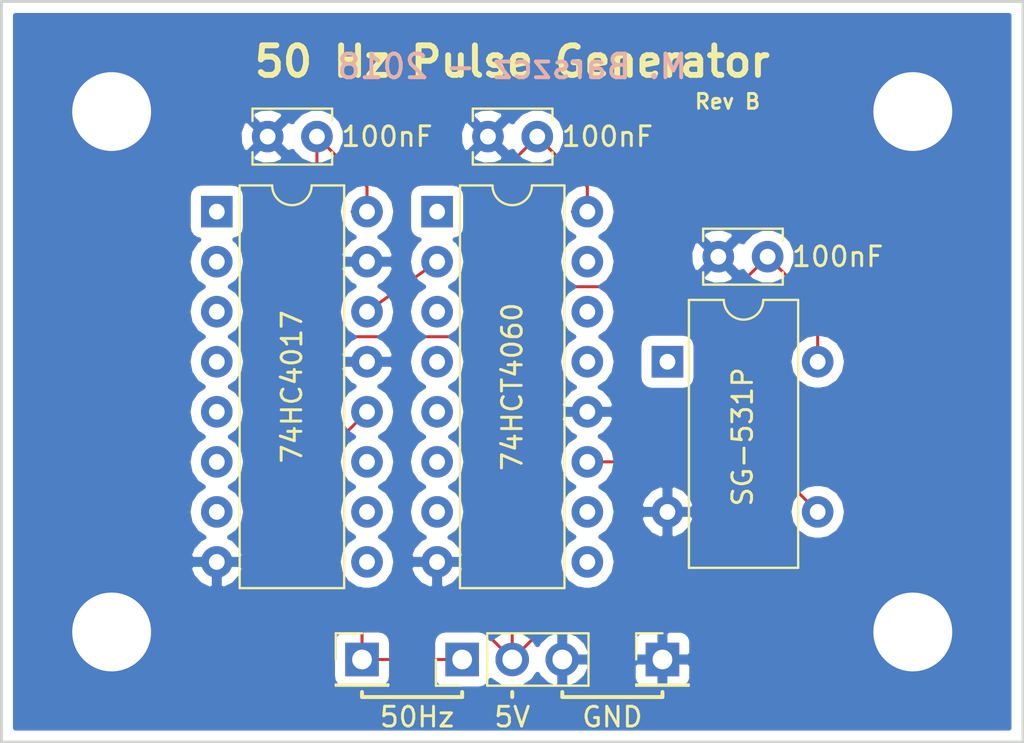
<source format=kicad_pcb>
(kicad_pcb (version 20171130) (host pcbnew "(5.0.0)")

  (general
    (thickness 1.6)
    (drawings 26)
    (tracks 36)
    (zones 0)
    (modules 13)
    (nets 27)
  )

  (page A4)
  (layers
    (0 F.Cu mixed)
    (31 B.Cu mixed hide)
    (36 B.SilkS user)
    (37 F.SilkS user)
    (38 B.Mask user)
    (39 F.Mask user)
    (40 Dwgs.User user)
    (41 Cmts.User user hide)
    (44 Edge.Cuts user)
    (45 Margin user)
    (46 B.CrtYd user)
    (47 F.CrtYd user)
  )

  (setup
    (last_trace_width 0.1524)
    (trace_clearance 0.1524)
    (zone_clearance 0.508)
    (zone_45_only no)
    (trace_min 0.1524)
    (segment_width 0.2)
    (edge_width 0.15)
    (via_size 0.6858)
    (via_drill 0.3302)
    (via_min_size 0.508)
    (via_min_drill 0.254)
    (uvia_size 0.6858)
    (uvia_drill 0.3302)
    (uvias_allowed no)
    (uvia_min_size 0.2)
    (uvia_min_drill 0.1)
    (pcb_text_width 0.3)
    (pcb_text_size 1.5 1.5)
    (mod_edge_width 0.15)
    (mod_text_size 1 1)
    (mod_text_width 0.15)
    (pad_size 8 8)
    (pad_drill 4)
    (pad_to_mask_clearance 0.2)
    (aux_axis_origin 0 0)
    (grid_origin 246.38 84.455)
    (visible_elements 7FFFFFFF)
    (pcbplotparams
      (layerselection 0x010fc_ffffffff)
      (usegerberextensions false)
      (usegerberattributes false)
      (usegerberadvancedattributes false)
      (creategerberjobfile false)
      (excludeedgelayer true)
      (linewidth 0.100000)
      (plotframeref false)
      (viasonmask false)
      (mode 1)
      (useauxorigin false)
      (hpglpennumber 1)
      (hpglpenspeed 20)
      (hpglpendiameter 15.000000)
      (psnegative false)
      (psa4output false)
      (plotreference true)
      (plotvalue true)
      (plotinvisibletext false)
      (padsonsilk false)
      (subtractmaskfromsilk false)
      (outputformat 1)
      (mirror false)
      (drillshape 1)
      (scaleselection 1)
      (outputdirectory ""))
  )

  (net 0 "")
  (net 1 "Net-(U1-Pad1)")
  (net 2 "Net-(U1-Pad9)")
  (net 3 "Net-(U1-Pad2)")
  (net 4 "Net-(U1-Pad10)")
  (net 5 "Net-(U1-Pad3)")
  (net 6 "Net-(U1-Pad11)")
  (net 7 GNDREF)
  (net 8 +5V)
  (net 9 "Net-(U1-Pad13)")
  (net 10 "Net-(U1-Pad6)")
  (net 11 "Net-(U1-Pad14)")
  (net 12 "Net-(U1-Pad7)")
  (net 13 "Net-(U1-Pad15)")
  (net 14 "Net-(U2-Pad7)")
  (net 15 "Net-(U2-Pad6)")
  (net 16 "Net-(U2-Pad5)")
  (net 17 "Net-(U2-Pad4)")
  (net 18 "Net-(U2-Pad11)")
  (net 19 "Net-(U2-Pad3)")
  (net 20 "Net-(U2-Pad10)")
  (net 21 "Net-(U2-Pad2)")
  (net 22 "Net-(U2-Pad9)")
  (net 23 "Net-(U2-Pad1)")
  (net 24 "Net-(Y1-Pad1)")
  (net 25 "Net-(J1-Pad1)")
  (net 26 "Net-(U1-Pad5)")

  (net_class Default "This is the default net class."
    (clearance 0.1524)
    (trace_width 0.1524)
    (via_dia 0.6858)
    (via_drill 0.3302)
    (uvia_dia 0.6858)
    (uvia_drill 0.3302)
    (add_net +5V)
    (add_net GNDREF)
    (add_net "Net-(J1-Pad1)")
    (add_net "Net-(U1-Pad1)")
    (add_net "Net-(U1-Pad10)")
    (add_net "Net-(U1-Pad11)")
    (add_net "Net-(U1-Pad13)")
    (add_net "Net-(U1-Pad14)")
    (add_net "Net-(U1-Pad15)")
    (add_net "Net-(U1-Pad2)")
    (add_net "Net-(U1-Pad3)")
    (add_net "Net-(U1-Pad5)")
    (add_net "Net-(U1-Pad6)")
    (add_net "Net-(U1-Pad7)")
    (add_net "Net-(U1-Pad9)")
    (add_net "Net-(U2-Pad1)")
    (add_net "Net-(U2-Pad10)")
    (add_net "Net-(U2-Pad11)")
    (add_net "Net-(U2-Pad2)")
    (add_net "Net-(U2-Pad3)")
    (add_net "Net-(U2-Pad4)")
    (add_net "Net-(U2-Pad5)")
    (add_net "Net-(U2-Pad6)")
    (add_net "Net-(U2-Pad7)")
    (add_net "Net-(U2-Pad9)")
    (add_net "Net-(Y1-Pad1)")
  )

  (module MountingHole:MountingHole_4mm_Pad (layer F.Cu) (tedit 5B7F4A54) (tstamp 5B82EC49)
    (at 187.452 103.759)
    (descr "Mounting Hole 4mm")
    (tags "mounting hole 4mm")
    (path /5B7D7B74)
    (zone_connect 2)
    (fp_text reference MH4 (at 0 -5) (layer F.SilkS) hide
      (effects (font (size 1 1) (thickness 0.15)))
    )
    (fp_text value GNDREF (at 0 5) (layer F.Fab)
      (effects (font (size 1 1) (thickness 0.15)))
    )
    (fp_text user %R (at 0.3 0) (layer F.Fab)
      (effects (font (size 1 1) (thickness 0.15)))
    )
    (fp_circle (center 0 0) (end 4 0) (layer Cmts.User) (width 0.15))
    (fp_circle (center 0 0) (end 4.25 0) (layer F.CrtYd) (width 0.05))
    (pad 1 thru_hole circle (at 0 0) (size 8 8) (drill 4) (layers *.Cu *.Mask)
      (net 7 GNDREF) (zone_connect 2))
  )

  (module MountingHole:MountingHole_4mm_Pad (layer F.Cu) (tedit 5B7F4A51) (tstamp 5B82EC42)
    (at 228.092 103.759)
    (descr "Mounting Hole 4mm")
    (tags "mounting hole 4mm")
    (path /5B7D7906)
    (zone_connect 2)
    (fp_text reference MH3 (at 0 -5) (layer F.SilkS) hide
      (effects (font (size 1 1) (thickness 0.15)))
    )
    (fp_text value GNDREF (at 0 5) (layer F.Fab)
      (effects (font (size 1 1) (thickness 0.15)))
    )
    (fp_text user %R (at 0.3 0) (layer F.Fab)
      (effects (font (size 1 1) (thickness 0.15)))
    )
    (fp_circle (center 0 0) (end 4 0) (layer Cmts.User) (width 0.15))
    (fp_circle (center 0 0) (end 4.25 0) (layer F.CrtYd) (width 0.05))
    (pad 1 thru_hole circle (at 0 0) (size 8 8) (drill 4) (layers *.Cu *.Mask)
      (net 7 GNDREF) (zone_connect 2))
  )

  (module MountingHole:MountingHole_4mm_Pad (layer F.Cu) (tedit 5B7F4A49) (tstamp 5B82EC3B)
    (at 228.092 77.343)
    (descr "Mounting Hole 4mm")
    (tags "mounting hole 4mm")
    (path /5B7D7832)
    (zone_connect 2)
    (fp_text reference MH2 (at 0 -5) (layer F.SilkS) hide
      (effects (font (size 1 1) (thickness 0.15)))
    )
    (fp_text value GNDREF (at 0 5) (layer F.Fab)
      (effects (font (size 1 1) (thickness 0.15)))
    )
    (fp_text user %R (at 0.3 0) (layer F.Fab)
      (effects (font (size 1 1) (thickness 0.15)))
    )
    (fp_circle (center 0 0) (end 4 0) (layer Cmts.User) (width 0.15))
    (fp_circle (center 0 0) (end 4.25 0) (layer F.CrtYd) (width 0.05))
    (pad 1 thru_hole circle (at 0 0) (size 8 8) (drill 4) (layers *.Cu *.Mask)
      (net 7 GNDREF) (zone_connect 2))
  )

  (module MountingHole:MountingHole_4mm_Pad (layer F.Cu) (tedit 5B7F4A46) (tstamp 5B82EC34)
    (at 187.452 77.343)
    (descr "Mounting Hole 4mm")
    (tags "mounting hole 4mm")
    (path /5B7D7554)
    (zone_connect 2)
    (fp_text reference MH1 (at 0 -5) (layer F.SilkS) hide
      (effects (font (size 1 1) (thickness 0.15)))
    )
    (fp_text value GNDREF (at 0 5) (layer F.Fab)
      (effects (font (size 1 1) (thickness 0.15)))
    )
    (fp_text user %R (at 0.3 0) (layer F.Fab)
      (effects (font (size 1 1) (thickness 0.15)))
    )
    (fp_circle (center 0 0) (end 4 0) (layer Cmts.User) (width 0.15))
    (fp_circle (center 0 0) (end 4.25 0) (layer F.CrtYd) (width 0.05))
    (pad 1 thru_hole circle (at 0 0) (size 8 8) (drill 4) (layers *.Cu *.Mask)
      (net 7 GNDREF) (zone_connect 2))
  )

  (module Capacitor_THT:C_Disc_D3.8mm_W2.6mm_P2.50mm (layer F.Cu) (tedit 5B7F38C7) (tstamp 5B7F8E10)
    (at 220.726 84.709 180)
    (descr "C, Disc series, Radial, pin pitch=2.50mm, , diameter*width=3.8*2.6mm^2, Capacitor, http://www.vishay.com/docs/45233/krseries.pdf")
    (tags "C Disc series Radial pin pitch 2.50mm  diameter 3.8mm width 2.6mm Capacitor")
    (path /5B7CD9A7)
    (fp_text reference C1 (at 5.08 0 180) (layer F.SilkS) hide
      (effects (font (size 1 1) (thickness 0.15)))
    )
    (fp_text value 100nF (at 1.25 2.55) (layer F.Fab)
      (effects (font (size 1 1) (thickness 0.15)))
    )
    (fp_text user %R (at 1.25 0 180) (layer F.Fab)
      (effects (font (size 0.76 0.76) (thickness 0.114)))
    )
    (fp_line (start 3.55 -1.55) (end -1.05 -1.55) (layer F.CrtYd) (width 0.05))
    (fp_line (start 3.55 1.55) (end 3.55 -1.55) (layer F.CrtYd) (width 0.05))
    (fp_line (start -1.05 1.55) (end 3.55 1.55) (layer F.CrtYd) (width 0.05))
    (fp_line (start -1.05 -1.55) (end -1.05 1.55) (layer F.CrtYd) (width 0.05))
    (fp_line (start 3.27 0.795) (end 3.27 1.42) (layer F.SilkS) (width 0.12))
    (fp_line (start 3.27 -1.42) (end 3.27 -0.795) (layer F.SilkS) (width 0.12))
    (fp_line (start -0.77 0.795) (end -0.77 1.42) (layer F.SilkS) (width 0.12))
    (fp_line (start -0.77 -1.42) (end -0.77 -0.795) (layer F.SilkS) (width 0.12))
    (fp_line (start -0.77 1.42) (end 3.27 1.42) (layer F.SilkS) (width 0.12))
    (fp_line (start -0.77 -1.42) (end 3.27 -1.42) (layer F.SilkS) (width 0.12))
    (fp_line (start 3.15 -1.3) (end -0.65 -1.3) (layer F.Fab) (width 0.1))
    (fp_line (start 3.15 1.3) (end 3.15 -1.3) (layer F.Fab) (width 0.1))
    (fp_line (start -0.65 1.3) (end 3.15 1.3) (layer F.Fab) (width 0.1))
    (fp_line (start -0.65 -1.3) (end -0.65 1.3) (layer F.Fab) (width 0.1))
    (pad 2 thru_hole circle (at 2.5 0 180) (size 1.6 1.6) (drill 0.8) (layers *.Cu *.Mask)
      (net 7 GNDREF))
    (pad 1 thru_hole circle (at 0 0 180) (size 1.6 1.6) (drill 0.8) (layers *.Cu *.Mask)
      (net 8 +5V))
    (model ${KISYS3DMOD}/Capacitor_THT.3dshapes/C_Disc_D3.8mm_W2.6mm_P2.50mm.wrl
      (at (xyz 0 0 0))
      (scale (xyz 1 1 1))
      (rotate (xyz 0 0 0))
    )
  )

  (module Package_DIP:DIP-16_W7.62mm locked (layer F.Cu) (tedit 5B7F38B9) (tstamp 5B8D0EB8)
    (at 203.962 82.423)
    (descr "16-lead though-hole mounted DIP package, row spacing 7.62 mm (300 mils)")
    (tags "THT DIP DIL PDIP 2.54mm 7.62mm 300mil")
    (path /5B7CE6CD)
    (fp_text reference U1 (at 3.81 20.32) (layer F.SilkS) hide
      (effects (font (size 1 1) (thickness 0.15)))
    )
    (fp_text value 74HCT4060N (at 3.81 20.11) (layer F.Fab)
      (effects (font (size 1 1) (thickness 0.15)))
    )
    (fp_text user %R (at 3.81 8.89) (layer F.Fab)
      (effects (font (size 1 1) (thickness 0.15)))
    )
    (fp_line (start 8.7 -1.55) (end -1.1 -1.55) (layer F.CrtYd) (width 0.05))
    (fp_line (start 8.7 19.3) (end 8.7 -1.55) (layer F.CrtYd) (width 0.05))
    (fp_line (start -1.1 19.3) (end 8.7 19.3) (layer F.CrtYd) (width 0.05))
    (fp_line (start -1.1 -1.55) (end -1.1 19.3) (layer F.CrtYd) (width 0.05))
    (fp_line (start 6.46 -1.33) (end 4.81 -1.33) (layer F.SilkS) (width 0.12))
    (fp_line (start 6.46 19.11) (end 6.46 -1.33) (layer F.SilkS) (width 0.12))
    (fp_line (start 1.16 19.11) (end 6.46 19.11) (layer F.SilkS) (width 0.12))
    (fp_line (start 1.16 -1.33) (end 1.16 19.11) (layer F.SilkS) (width 0.12))
    (fp_line (start 2.81 -1.33) (end 1.16 -1.33) (layer F.SilkS) (width 0.12))
    (fp_line (start 0.635 -0.27) (end 1.635 -1.27) (layer F.Fab) (width 0.1))
    (fp_line (start 0.635 19.05) (end 0.635 -0.27) (layer F.Fab) (width 0.1))
    (fp_line (start 6.985 19.05) (end 0.635 19.05) (layer F.Fab) (width 0.1))
    (fp_line (start 6.985 -1.27) (end 6.985 19.05) (layer F.Fab) (width 0.1))
    (fp_line (start 1.635 -1.27) (end 6.985 -1.27) (layer F.Fab) (width 0.1))
    (fp_arc (start 3.81 -1.33) (end 2.81 -1.33) (angle -180) (layer F.SilkS) (width 0.12))
    (pad 16 thru_hole oval (at 7.62 0) (size 1.6 1.6) (drill 0.8) (layers *.Cu *.Mask)
      (net 8 +5V))
    (pad 8 thru_hole oval (at 0 17.78) (size 1.6 1.6) (drill 0.8) (layers *.Cu *.Mask)
      (net 7 GNDREF))
    (pad 15 thru_hole oval (at 7.62 2.54) (size 1.6 1.6) (drill 0.8) (layers *.Cu *.Mask)
      (net 13 "Net-(U1-Pad15)"))
    (pad 7 thru_hole oval (at 0 15.24) (size 1.6 1.6) (drill 0.8) (layers *.Cu *.Mask)
      (net 12 "Net-(U1-Pad7)"))
    (pad 14 thru_hole oval (at 7.62 5.08) (size 1.6 1.6) (drill 0.8) (layers *.Cu *.Mask)
      (net 11 "Net-(U1-Pad14)"))
    (pad 6 thru_hole oval (at 0 12.7) (size 1.6 1.6) (drill 0.8) (layers *.Cu *.Mask)
      (net 10 "Net-(U1-Pad6)"))
    (pad 13 thru_hole oval (at 7.62 7.62) (size 1.6 1.6) (drill 0.8) (layers *.Cu *.Mask)
      (net 9 "Net-(U1-Pad13)"))
    (pad 5 thru_hole oval (at 0 10.16) (size 1.6 1.6) (drill 0.8) (layers *.Cu *.Mask)
      (net 26 "Net-(U1-Pad5)"))
    (pad 12 thru_hole oval (at 7.62 10.16) (size 1.6 1.6) (drill 0.8) (layers *.Cu *.Mask)
      (net 7 GNDREF))
    (pad 4 thru_hole oval (at 0 7.62) (size 1.6 1.6) (drill 0.8) (layers *.Cu *.Mask))
    (pad 11 thru_hole oval (at 7.62 12.7) (size 1.6 1.6) (drill 0.8) (layers *.Cu *.Mask)
      (net 6 "Net-(U1-Pad11)"))
    (pad 3 thru_hole oval (at 0 5.08) (size 1.6 1.6) (drill 0.8) (layers *.Cu *.Mask)
      (net 5 "Net-(U1-Pad3)"))
    (pad 10 thru_hole oval (at 7.62 15.24) (size 1.6 1.6) (drill 0.8) (layers *.Cu *.Mask)
      (net 4 "Net-(U1-Pad10)"))
    (pad 2 thru_hole oval (at 0 2.54) (size 1.6 1.6) (drill 0.8) (layers *.Cu *.Mask)
      (net 3 "Net-(U1-Pad2)"))
    (pad 9 thru_hole oval (at 7.62 17.78) (size 1.6 1.6) (drill 0.8) (layers *.Cu *.Mask)
      (net 2 "Net-(U1-Pad9)"))
    (pad 1 thru_hole rect (at 0 0) (size 1.6 1.6) (drill 0.8) (layers *.Cu *.Mask)
      (net 1 "Net-(U1-Pad1)"))
    (model ${KISYS3DMOD}/Package_DIP.3dshapes/DIP-16_W7.62mm.wrl
      (at (xyz 0 0 0))
      (scale (xyz 1 1 1))
      (rotate (xyz 0 0 0))
    )
  )

  (module Capacitor_THT:C_Disc_D3.8mm_W2.6mm_P2.50mm (layer F.Cu) (tedit 5B7F3F0B) (tstamp 5B7F3BF9)
    (at 197.866 78.613 180)
    (descr "C, Disc series, Radial, pin pitch=2.50mm, , diameter*width=3.8*2.6mm^2, Capacitor, http://www.vishay.com/docs/45233/krseries.pdf")
    (tags "C Disc series Radial pin pitch 2.50mm  diameter 3.8mm width 2.6mm Capacitor")
    (path /5B7F37F9)
    (fp_text reference C3 (at 1.27 2.54 180) (layer F.SilkS) hide
      (effects (font (size 1 1) (thickness 0.15)))
    )
    (fp_text value 100nF (at 1.25 2.55 180) (layer F.Fab)
      (effects (font (size 1 1) (thickness 0.15)))
    )
    (fp_line (start -0.65 -1.3) (end -0.65 1.3) (layer F.Fab) (width 0.1))
    (fp_line (start -0.65 1.3) (end 3.15 1.3) (layer F.Fab) (width 0.1))
    (fp_line (start 3.15 1.3) (end 3.15 -1.3) (layer F.Fab) (width 0.1))
    (fp_line (start 3.15 -1.3) (end -0.65 -1.3) (layer F.Fab) (width 0.1))
    (fp_line (start -0.77 -1.42) (end 3.27 -1.42) (layer F.SilkS) (width 0.12))
    (fp_line (start -0.77 1.42) (end 3.27 1.42) (layer F.SilkS) (width 0.12))
    (fp_line (start -0.77 -1.42) (end -0.77 -0.795) (layer F.SilkS) (width 0.12))
    (fp_line (start -0.77 0.795) (end -0.77 1.42) (layer F.SilkS) (width 0.12))
    (fp_line (start 3.27 -1.42) (end 3.27 -0.795) (layer F.SilkS) (width 0.12))
    (fp_line (start 3.27 0.795) (end 3.27 1.42) (layer F.SilkS) (width 0.12))
    (fp_line (start -1.05 -1.55) (end -1.05 1.55) (layer F.CrtYd) (width 0.05))
    (fp_line (start -1.05 1.55) (end 3.55 1.55) (layer F.CrtYd) (width 0.05))
    (fp_line (start 3.55 1.55) (end 3.55 -1.55) (layer F.CrtYd) (width 0.05))
    (fp_line (start 3.55 -1.55) (end -1.05 -1.55) (layer F.CrtYd) (width 0.05))
    (fp_text user %R (at 1.25 0 180) (layer F.Fab)
      (effects (font (size 0.76 0.76) (thickness 0.114)))
    )
    (pad 1 thru_hole circle (at 0 0 180) (size 1.6 1.6) (drill 0.8) (layers *.Cu *.Mask)
      (net 8 +5V))
    (pad 2 thru_hole circle (at 2.5 0 180) (size 1.6 1.6) (drill 0.8) (layers *.Cu *.Mask)
      (net 7 GNDREF))
    (model ${KISYS3DMOD}/Capacitor_THT.3dshapes/C_Disc_D3.8mm_W2.6mm_P2.50mm.wrl
      (at (xyz 0 0 0))
      (scale (xyz 1 1 1))
      (rotate (xyz 0 0 0))
    )
  )

  (module Capacitor_THT:C_Disc_D3.8mm_W2.6mm_P2.50mm (layer F.Cu) (tedit 5B7F38C3) (tstamp 5B7F3BE4)
    (at 209.042 78.613 180)
    (descr "C, Disc series, Radial, pin pitch=2.50mm, , diameter*width=3.8*2.6mm^2, Capacitor, http://www.vishay.com/docs/45233/krseries.pdf")
    (tags "C Disc series Radial pin pitch 2.50mm  diameter 3.8mm width 2.6mm Capacitor")
    (path /5B7F3773)
    (fp_text reference C2 (at 1.27 2.54 180) (layer F.SilkS) hide
      (effects (font (size 1 1) (thickness 0.15)))
    )
    (fp_text value 100nF (at 1.25 2.55 180) (layer F.Fab)
      (effects (font (size 1 1) (thickness 0.15)))
    )
    (fp_text user %R (at 1.25 0 180) (layer F.Fab)
      (effects (font (size 0.76 0.76) (thickness 0.114)))
    )
    (fp_line (start 3.55 -1.55) (end -1.05 -1.55) (layer F.CrtYd) (width 0.05))
    (fp_line (start 3.55 1.55) (end 3.55 -1.55) (layer F.CrtYd) (width 0.05))
    (fp_line (start -1.05 1.55) (end 3.55 1.55) (layer F.CrtYd) (width 0.05))
    (fp_line (start -1.05 -1.55) (end -1.05 1.55) (layer F.CrtYd) (width 0.05))
    (fp_line (start 3.27 0.795) (end 3.27 1.42) (layer F.SilkS) (width 0.12))
    (fp_line (start 3.27 -1.42) (end 3.27 -0.795) (layer F.SilkS) (width 0.12))
    (fp_line (start -0.77 0.795) (end -0.77 1.42) (layer F.SilkS) (width 0.12))
    (fp_line (start -0.77 -1.42) (end -0.77 -0.795) (layer F.SilkS) (width 0.12))
    (fp_line (start -0.77 1.42) (end 3.27 1.42) (layer F.SilkS) (width 0.12))
    (fp_line (start -0.77 -1.42) (end 3.27 -1.42) (layer F.SilkS) (width 0.12))
    (fp_line (start 3.15 -1.3) (end -0.65 -1.3) (layer F.Fab) (width 0.1))
    (fp_line (start 3.15 1.3) (end 3.15 -1.3) (layer F.Fab) (width 0.1))
    (fp_line (start -0.65 1.3) (end 3.15 1.3) (layer F.Fab) (width 0.1))
    (fp_line (start -0.65 -1.3) (end -0.65 1.3) (layer F.Fab) (width 0.1))
    (pad 2 thru_hole circle (at 2.5 0 180) (size 1.6 1.6) (drill 0.8) (layers *.Cu *.Mask)
      (net 7 GNDREF))
    (pad 1 thru_hole circle (at 0 0 180) (size 1.6 1.6) (drill 0.8) (layers *.Cu *.Mask)
      (net 8 +5V))
    (model ${KISYS3DMOD}/Capacitor_THT.3dshapes/C_Disc_D3.8mm_W2.6mm_P2.50mm.wrl
      (at (xyz 0 0 0))
      (scale (xyz 1 1 1))
      (rotate (xyz 0 0 0))
    )
  )

  (module Connector_PinHeader_2.54mm:PinHeader_1x01_P2.54mm_Vertical locked (layer F.Cu) (tedit 5B7F487A) (tstamp 5B7F3BA7)
    (at 215.392 105.156)
    (descr "Through hole straight pin header, 1x01, 2.54mm pitch, single row")
    (tags "Through hole pin header THT 1x01 2.54mm single row")
    (path /5B7D5BA5)
    (fp_text reference TP2 (at 0 2.667) (layer F.SilkS) hide
      (effects (font (size 1 1) (thickness 0.15)))
    )
    (fp_text value Gnd (at 0 2.33) (layer F.Fab)
      (effects (font (size 1 1) (thickness 0.15)))
    )
    (fp_text user %R (at 0 0 90) (layer F.Fab)
      (effects (font (size 1 1) (thickness 0.15)))
    )
    (fp_line (start 1.8 -1.8) (end -1.8 -1.8) (layer F.CrtYd) (width 0.05))
    (fp_line (start 1.8 1.8) (end 1.8 -1.8) (layer F.CrtYd) (width 0.05))
    (fp_line (start -1.8 1.8) (end 1.8 1.8) (layer F.CrtYd) (width 0.05))
    (fp_line (start -1.8 -1.8) (end -1.8 1.8) (layer F.CrtYd) (width 0.05))
    (fp_line (start -1.33 -1.33) (end 0 -1.33) (layer F.SilkS) (width 0.12))
    (fp_line (start -1.33 0) (end -1.33 -1.33) (layer F.SilkS) (width 0.12))
    (fp_line (start -1.33 1.27) (end 1.33 1.27) (layer F.SilkS) (width 0.12))
    (fp_line (start 1.33 1.27) (end 1.33 1.33) (layer F.SilkS) (width 0.12))
    (fp_line (start -1.33 1.27) (end -1.33 1.33) (layer F.SilkS) (width 0.12))
    (fp_line (start -1.33 1.33) (end 1.33 1.33) (layer F.SilkS) (width 0.12))
    (fp_line (start -1.27 -0.635) (end -0.635 -1.27) (layer F.Fab) (width 0.1))
    (fp_line (start -1.27 1.27) (end -1.27 -0.635) (layer F.Fab) (width 0.1))
    (fp_line (start 1.27 1.27) (end -1.27 1.27) (layer F.Fab) (width 0.1))
    (fp_line (start 1.27 -1.27) (end 1.27 1.27) (layer F.Fab) (width 0.1))
    (fp_line (start -0.635 -1.27) (end 1.27 -1.27) (layer F.Fab) (width 0.1))
    (pad 1 thru_hole rect (at 0 0) (size 1.7 1.7) (drill 1) (layers *.Cu *.Mask)
      (net 7 GNDREF))
    (model ${KISYS3DMOD}/Connector_PinHeader_2.54mm.3dshapes/PinHeader_1x01_P2.54mm_Vertical.wrl
      (at (xyz 0 0 0))
      (scale (xyz 1 1 1))
      (rotate (xyz 0 0 0))
    )
  )

  (module Connector_PinHeader_2.54mm:PinHeader_1x01_P2.54mm_Vertical locked (layer F.Cu) (tedit 5B7F4876) (tstamp 5B7F3B92)
    (at 200.152 105.156)
    (descr "Through hole straight pin header, 1x01, 2.54mm pitch, single row")
    (tags "Through hole pin header THT 1x01 2.54mm single row")
    (path /5B7D4344)
    (fp_text reference TP1 (at 0 2.667) (layer F.SilkS) hide
      (effects (font (size 1 1) (thickness 0.15)))
    )
    (fp_text value 50Hz (at 0 2.33) (layer F.Fab)
      (effects (font (size 1 1) (thickness 0.15)))
    )
    (fp_line (start -0.635 -1.27) (end 1.27 -1.27) (layer F.Fab) (width 0.1))
    (fp_line (start 1.27 -1.27) (end 1.27 1.27) (layer F.Fab) (width 0.1))
    (fp_line (start 1.27 1.27) (end -1.27 1.27) (layer F.Fab) (width 0.1))
    (fp_line (start -1.27 1.27) (end -1.27 -0.635) (layer F.Fab) (width 0.1))
    (fp_line (start -1.27 -0.635) (end -0.635 -1.27) (layer F.Fab) (width 0.1))
    (fp_line (start -1.33 1.33) (end 1.33 1.33) (layer F.SilkS) (width 0.12))
    (fp_line (start -1.33 1.27) (end -1.33 1.33) (layer F.SilkS) (width 0.12))
    (fp_line (start 1.33 1.27) (end 1.33 1.33) (layer F.SilkS) (width 0.12))
    (fp_line (start -1.33 1.27) (end 1.33 1.27) (layer F.SilkS) (width 0.12))
    (fp_line (start -1.33 0) (end -1.33 -1.33) (layer F.SilkS) (width 0.12))
    (fp_line (start -1.33 -1.33) (end 0 -1.33) (layer F.SilkS) (width 0.12))
    (fp_line (start -1.8 -1.8) (end -1.8 1.8) (layer F.CrtYd) (width 0.05))
    (fp_line (start -1.8 1.8) (end 1.8 1.8) (layer F.CrtYd) (width 0.05))
    (fp_line (start 1.8 1.8) (end 1.8 -1.8) (layer F.CrtYd) (width 0.05))
    (fp_line (start 1.8 -1.8) (end -1.8 -1.8) (layer F.CrtYd) (width 0.05))
    (fp_text user %R (at 0 0 90) (layer F.Fab)
      (effects (font (size 1 1) (thickness 0.15)))
    )
    (pad 1 thru_hole rect (at 0 0) (size 1.7 1.7) (drill 1) (layers *.Cu *.Mask)
      (net 25 "Net-(J1-Pad1)"))
    (model ${KISYS3DMOD}/Connector_PinHeader_2.54mm.3dshapes/PinHeader_1x01_P2.54mm_Vertical.wrl
      (at (xyz 0 0 0))
      (scale (xyz 1 1 1))
      (rotate (xyz 0 0 0))
    )
  )

  (module Connector_PinHeader_2.54mm:PinHeader_1x03_P2.54mm_Vertical locked (layer F.Cu) (tedit 5B7F3AE6) (tstamp 5B7F3B7D)
    (at 205.232 105.156 90)
    (descr "Through hole straight pin header, 1x03, 2.54mm pitch, single row")
    (tags "Through hole pin header THT 1x03 2.54mm single row")
    (path /5B7D8A63)
    (fp_text reference J1 (at 0 -2.33 90) (layer F.SilkS) hide
      (effects (font (size 1 1) (thickness 0.15)))
    )
    (fp_text value Conn_01x03 (at 0 7.41 90) (layer F.Fab)
      (effects (font (size 1 1) (thickness 0.15)))
    )
    (fp_line (start -0.635 -1.27) (end 1.27 -1.27) (layer F.Fab) (width 0.1))
    (fp_line (start 1.27 -1.27) (end 1.27 6.35) (layer F.Fab) (width 0.1))
    (fp_line (start 1.27 6.35) (end -1.27 6.35) (layer F.Fab) (width 0.1))
    (fp_line (start -1.27 6.35) (end -1.27 -0.635) (layer F.Fab) (width 0.1))
    (fp_line (start -1.27 -0.635) (end -0.635 -1.27) (layer F.Fab) (width 0.1))
    (fp_line (start -1.33 6.41) (end 1.33 6.41) (layer F.SilkS) (width 0.12))
    (fp_line (start -1.33 1.27) (end -1.33 6.41) (layer F.SilkS) (width 0.12))
    (fp_line (start 1.33 1.27) (end 1.33 6.41) (layer F.SilkS) (width 0.12))
    (fp_line (start -1.33 1.27) (end 1.33 1.27) (layer F.SilkS) (width 0.12))
    (fp_line (start -1.33 0) (end -1.33 -1.33) (layer F.SilkS) (width 0.12))
    (fp_line (start -1.33 -1.33) (end 0 -1.33) (layer F.SilkS) (width 0.12))
    (fp_line (start -1.8 -1.8) (end -1.8 6.85) (layer F.CrtYd) (width 0.05))
    (fp_line (start -1.8 6.85) (end 1.8 6.85) (layer F.CrtYd) (width 0.05))
    (fp_line (start 1.8 6.85) (end 1.8 -1.8) (layer F.CrtYd) (width 0.05))
    (fp_line (start 1.8 -1.8) (end -1.8 -1.8) (layer F.CrtYd) (width 0.05))
    (fp_text user %R (at 0 2.54 180) (layer F.Fab)
      (effects (font (size 1 1) (thickness 0.15)))
    )
    (pad 1 thru_hole rect (at 0 0 90) (size 1.7 1.7) (drill 1) (layers *.Cu *.Mask)
      (net 25 "Net-(J1-Pad1)"))
    (pad 2 thru_hole oval (at 0 2.54 90) (size 1.7 1.7) (drill 1) (layers *.Cu *.Mask)
      (net 8 +5V))
    (pad 3 thru_hole oval (at 0 5.08 90) (size 1.7 1.7) (drill 1) (layers *.Cu *.Mask)
      (net 7 GNDREF))
    (model ${KISYS3DMOD}/Connector_PinHeader_2.54mm.3dshapes/PinHeader_1x03_P2.54mm_Vertical.wrl
      (at (xyz 0 0 0))
      (scale (xyz 1 1 1))
      (rotate (xyz 0 0 0))
    )
  )

  (module Oscillator:Oscillator_SeikoEpson_SG-8002DC locked (layer F.Cu) (tedit 5B7F38BB) (tstamp 5B7F8B3C)
    (at 215.646 90.043)
    (descr "8-lead dip package, row spacing 7.62 mm (300 mils)")
    (tags "DIL DIP PDIP 2.54mm 7.62mm 300mil")
    (path /5B7CD5A6)
    (fp_text reference Y1 (at 3.81 12.065) (layer F.SilkS) hide
      (effects (font (size 1 1) (thickness 0.15)))
    )
    (fp_text value SG-531 (at 3.81 11.46) (layer F.Fab)
      (effects (font (size 1 1) (thickness 0.15)))
    )
    (fp_arc (start 3.86 -3.14) (end 2.86 -3.14) (angle -180) (layer F.SilkS) (width 0.12))
    (fp_line (start 8.75 -3.35) (end -1.05 -3.35) (layer F.CrtYd) (width 0.05))
    (fp_line (start 8.75 10.65) (end 8.75 -3.35) (layer F.CrtYd) (width 0.05))
    (fp_line (start -1.05 10.65) (end 8.75 10.65) (layer F.CrtYd) (width 0.05))
    (fp_line (start -1.05 -3.35) (end -1.05 10.65) (layer F.CrtYd) (width 0.05))
    (fp_line (start 6.63 -3.14) (end 4.86 -3.14) (layer F.SilkS) (width 0.12))
    (fp_line (start 6.63 10.46) (end 6.63 -3.14) (layer F.SilkS) (width 0.12))
    (fp_line (start 1.09 10.46) (end 6.63 10.46) (layer F.SilkS) (width 0.12))
    (fp_line (start 1.09 -3.14) (end 1.09 10.46) (layer F.SilkS) (width 0.12))
    (fp_line (start 2.86 -3.14) (end 1.09 -3.14) (layer F.SilkS) (width 0.12))
    (fp_line (start 0.69 -2.02) (end 1.69 -3.02) (layer F.Fab) (width 0.1))
    (fp_line (start 0.69 10.34) (end 0.69 -2.02) (layer F.Fab) (width 0.1))
    (fp_line (start 7.04 10.34) (end 0.69 10.34) (layer F.Fab) (width 0.1))
    (fp_line (start 7.04 -3.02) (end 7.04 10.34) (layer F.Fab) (width 0.1))
    (fp_line (start 1.69 -3.02) (end 7.04 -3.02) (layer F.Fab) (width 0.1))
    (fp_text user %R (at 0.814999 -0.835001) (layer F.Fab)
      (effects (font (size 1 1) (thickness 0.15)))
    )
    (pad 8 thru_hole oval (at 7.62 0) (size 1.6 1.6) (drill 0.8) (layers *.Cu *.Mask)
      (net 8 +5V))
    (pad 4 thru_hole oval (at 0 7.62) (size 1.6 1.6) (drill 0.8) (layers *.Cu *.Mask)
      (net 7 GNDREF))
    (pad 5 thru_hole oval (at 7.62 7.62) (size 1.6 1.6) (drill 0.8) (layers *.Cu *.Mask)
      (net 6 "Net-(U1-Pad11)"))
    (pad 1 thru_hole rect (at 0 0) (size 1.6 1.6) (drill 0.8) (layers *.Cu *.Mask)
      (net 24 "Net-(Y1-Pad1)"))
    (model ${KISYS3DMOD}/Oscillator.3dshapes/Oscillator_SeikoEpson_SG-8002DC.wrl
      (at (xyz 0 0 0))
      (scale (xyz 1 1 1))
      (rotate (xyz 0 0 0))
    )
  )

  (module Package_DIP:DIP-16_W7.62mm locked (layer F.Cu) (tedit 5B7F38B7) (tstamp 5B8CECDD)
    (at 192.786 82.423)
    (descr "16-lead though-hole mounted DIP package, row spacing 7.62 mm (300 mils)")
    (tags "THT DIP DIL PDIP 2.54mm 7.62mm 300mil")
    (path /5B7D058A)
    (fp_text reference U2 (at 3.81 20.32) (layer F.SilkS) hide
      (effects (font (size 1 1) (thickness 0.15)))
    )
    (fp_text value 74HC4017 (at 3.81 20.11) (layer F.Fab)
      (effects (font (size 1 1) (thickness 0.15)))
    )
    (fp_text user %R (at 3.81 8.89) (layer F.Fab)
      (effects (font (size 1 1) (thickness 0.15)))
    )
    (fp_line (start 8.7 -1.55) (end -1.1 -1.55) (layer F.CrtYd) (width 0.05))
    (fp_line (start 8.7 19.3) (end 8.7 -1.55) (layer F.CrtYd) (width 0.05))
    (fp_line (start -1.1 19.3) (end 8.7 19.3) (layer F.CrtYd) (width 0.05))
    (fp_line (start -1.1 -1.55) (end -1.1 19.3) (layer F.CrtYd) (width 0.05))
    (fp_line (start 6.46 -1.33) (end 4.81 -1.33) (layer F.SilkS) (width 0.12))
    (fp_line (start 6.46 19.11) (end 6.46 -1.33) (layer F.SilkS) (width 0.12))
    (fp_line (start 1.16 19.11) (end 6.46 19.11) (layer F.SilkS) (width 0.12))
    (fp_line (start 1.16 -1.33) (end 1.16 19.11) (layer F.SilkS) (width 0.12))
    (fp_line (start 2.81 -1.33) (end 1.16 -1.33) (layer F.SilkS) (width 0.12))
    (fp_line (start 0.635 -0.27) (end 1.635 -1.27) (layer F.Fab) (width 0.1))
    (fp_line (start 0.635 19.05) (end 0.635 -0.27) (layer F.Fab) (width 0.1))
    (fp_line (start 6.985 19.05) (end 0.635 19.05) (layer F.Fab) (width 0.1))
    (fp_line (start 6.985 -1.27) (end 6.985 19.05) (layer F.Fab) (width 0.1))
    (fp_line (start 1.635 -1.27) (end 6.985 -1.27) (layer F.Fab) (width 0.1))
    (fp_arc (start 3.81 -1.33) (end 2.81 -1.33) (angle -180) (layer F.SilkS) (width 0.12))
    (pad 16 thru_hole oval (at 7.62 0) (size 1.6 1.6) (drill 0.8) (layers *.Cu *.Mask)
      (net 8 +5V))
    (pad 8 thru_hole oval (at 0 17.78) (size 1.6 1.6) (drill 0.8) (layers *.Cu *.Mask)
      (net 7 GNDREF))
    (pad 15 thru_hole oval (at 7.62 2.54) (size 1.6 1.6) (drill 0.8) (layers *.Cu *.Mask)
      (net 7 GNDREF))
    (pad 7 thru_hole oval (at 0 15.24) (size 1.6 1.6) (drill 0.8) (layers *.Cu *.Mask)
      (net 14 "Net-(U2-Pad7)"))
    (pad 14 thru_hole oval (at 7.62 5.08) (size 1.6 1.6) (drill 0.8) (layers *.Cu *.Mask)
      (net 3 "Net-(U1-Pad2)"))
    (pad 6 thru_hole oval (at 0 12.7) (size 1.6 1.6) (drill 0.8) (layers *.Cu *.Mask)
      (net 15 "Net-(U2-Pad6)"))
    (pad 13 thru_hole oval (at 7.62 7.62) (size 1.6 1.6) (drill 0.8) (layers *.Cu *.Mask)
      (net 7 GNDREF))
    (pad 5 thru_hole oval (at 0 10.16) (size 1.6 1.6) (drill 0.8) (layers *.Cu *.Mask)
      (net 16 "Net-(U2-Pad5)"))
    (pad 12 thru_hole oval (at 7.62 10.16) (size 1.6 1.6) (drill 0.8) (layers *.Cu *.Mask)
      (net 25 "Net-(J1-Pad1)"))
    (pad 4 thru_hole oval (at 0 7.62) (size 1.6 1.6) (drill 0.8) (layers *.Cu *.Mask)
      (net 17 "Net-(U2-Pad4)"))
    (pad 11 thru_hole oval (at 7.62 12.7) (size 1.6 1.6) (drill 0.8) (layers *.Cu *.Mask)
      (net 18 "Net-(U2-Pad11)"))
    (pad 3 thru_hole oval (at 0 5.08) (size 1.6 1.6) (drill 0.8) (layers *.Cu *.Mask)
      (net 19 "Net-(U2-Pad3)"))
    (pad 10 thru_hole oval (at 7.62 15.24) (size 1.6 1.6) (drill 0.8) (layers *.Cu *.Mask)
      (net 20 "Net-(U2-Pad10)"))
    (pad 2 thru_hole oval (at 0 2.54) (size 1.6 1.6) (drill 0.8) (layers *.Cu *.Mask)
      (net 21 "Net-(U2-Pad2)"))
    (pad 9 thru_hole oval (at 7.62 17.78) (size 1.6 1.6) (drill 0.8) (layers *.Cu *.Mask)
      (net 22 "Net-(U2-Pad9)"))
    (pad 1 thru_hole rect (at 0 0) (size 1.6 1.6) (drill 0.8) (layers *.Cu *.Mask)
      (net 23 "Net-(U2-Pad1)"))
    (model ${KISYS3DMOD}/Package_DIP.3dshapes/DIP-16_W7.62mm.wrl
      (at (xyz 0 0 0))
      (scale (xyz 1 1 1))
      (rotate (xyz 0 0 0))
    )
  )

  (gr_text "Rev B" (at 218.694 76.835) (layer F.SilkS) (tstamp 5B8297D8)
    (effects (font (size 0.75 0.75) (thickness 0.15)))
  )
  (gr_line (start 207.772 107.061) (end 207.772 106.807) (layer F.SilkS) (width 0.2) (tstamp 5B8244FA))
  (gr_line (start 215.392 107.061) (end 215.392 106.807) (layer F.SilkS) (width 0.2))
  (gr_line (start 210.312 107.061) (end 210.312 106.807) (layer F.SilkS) (width 0.2))
  (gr_line (start 205.232 107.061) (end 205.232 106.807) (layer F.SilkS) (width 0.2))
  (gr_line (start 200.152 107.061) (end 200.152 106.807) (layer F.SilkS) (width 0.2))
  (gr_line (start 210.312 107.061) (end 215.392 107.061) (layer F.SilkS) (width 0.2) (tstamp 5B81F964))
  (gr_line (start 200.152 107.061) (end 205.232 107.061) (layer F.SilkS) (width 0.2) (tstamp 5B81F465))
  (gr_text GND (at 212.852 108.077) (layer F.SilkS) (tstamp 5B81E6E6)
    (effects (font (size 1 1) (thickness 0.15)))
  )
  (gr_text 5V (at 207.772 108.077) (layer F.SilkS) (tstamp 5B81E5B0)
    (effects (font (size 1 1) (thickness 0.15)))
  )
  (gr_text 50Hz (at 202.946 108.077) (layer F.SilkS) (tstamp 5B81E47A)
    (effects (font (size 1 1) (thickness 0.15)))
  )
  (gr_text 74HCT4060 (at 207.772 91.313 90) (layer F.SilkS) (tstamp 5B81DF35)
    (effects (font (size 1 1) (thickness 0.15)))
  )
  (gr_text 100nF (at 212.598 78.613) (layer F.SilkS) (tstamp 5B8D03BC)
    (effects (font (size 1 1) (thickness 0.15)))
  )
  (gr_text 100nF (at 201.422 78.613) (layer F.SilkS) (tstamp 5B80129F)
    (effects (font (size 1 1) (thickness 0.15)))
  )
  (gr_text 100nF (at 224.282 84.709) (layer F.SilkS) (tstamp 5B801169)
    (effects (font (size 1 1) (thickness 0.15)))
  )
  (gr_line (start 181.864 109.347) (end 233.68 109.347) (layer Edge.Cuts) (width 0.15) (tstamp 5B7FC378))
  (gr_line (start 233.68 71.755) (end 233.68 109.347) (layer Edge.Cuts) (width 0.15) (tstamp 5B7FC376))
  (gr_line (start 181.864 71.755) (end 181.864 109.347) (layer Edge.Cuts) (width 0.15) (tstamp 5B7FC374))
  (gr_text SG-531P (at 219.456 93.853 90) (layer F.SilkS) (tstamp 5B8D0199)
    (effects (font (size 1 1) (thickness 0.15)))
  )
  (gr_text "50 Hz Pulse Generator" (at 207.772 74.803) (layer F.SilkS) (tstamp 5B8D06F7)
    (effects (font (size 1.5 1.5) (thickness 0.3)))
  )
  (gr_line (start 249.555 94.615) (end 182.88 94.615) (layer Cmts.User) (width 0.2))
  (gr_line (start 215.9 75.565) (end 215.9 120.65) (layer Cmts.User) (width 0.2))
  (gr_line (start 215.9 75.565) (end 215.9 69.85) (layer Cmts.User) (width 0.2))
  (gr_text "M. Barszcz - 2018" (at 207.772 75.057) (layer B.SilkS) (tstamp 5B8D0EFF)
    (effects (font (size 1.2 1.2) (thickness 0.2)) (justify mirror))
  )
  (gr_text 74HC4017 (at 196.596 91.313 90) (layer F.SilkS) (tstamp 5B8D01A0)
    (effects (font (size 1 1) (thickness 0.15)))
  )
  (gr_line (start 181.864 71.755) (end 233.68 71.755) (layer Edge.Cuts) (width 0.15))

  (segment (start 203.962 84.963) (end 200.406 87.503) (width 0.1524) (layer F.Cu) (net 3))
  (segment (start 220.726 95.123) (end 223.266 97.663) (width 0.1524) (layer F.Cu) (net 6))
  (segment (start 211.582 95.123) (end 220.726 95.123) (width 0.1524) (layer F.Cu) (net 6))
  (segment (start 200.406 81.915) (end 200.406 82.423) (width 0.1524) (layer F.Cu) (net 8))
  (segment (start 211.582 81.915) (end 211.582 82.423) (width 0.1524) (layer F.Cu) (net 8))
  (segment (start 200.152 88.773) (end 200.65833 88.773) (width 0.1524) (layer F.Cu) (net 8))
  (segment (start 199.644 82.423) (end 200.406 82.423) (width 0.1524) (layer F.Cu) (net 8))
  (segment (start 210.82 82.423) (end 211.582 82.423) (width 0.1524) (layer F.Cu) (net 8))
  (segment (start 199.39 88.773) (end 200.152 88.773) (width 0.1524) (layer F.Cu) (net 8))
  (segment (start 197.866 78.613) (end 197.866 87.249) (width 0.1524) (layer F.Cu) (net 8))
  (segment (start 197.866 87.249) (end 199.39 88.773) (width 0.1524) (layer F.Cu) (net 8))
  (segment (start 200.406 81.153) (end 200.406 82.423) (width 0.1524) (layer F.Cu) (net 8))
  (segment (start 197.866 78.613) (end 200.406 81.153) (width 0.1524) (layer F.Cu) (net 8))
  (segment (start 207.772 79.883) (end 209.042 78.613) (width 0.1524) (layer F.Cu) (net 8))
  (segment (start 207.772 105.156) (end 207.772 79.883) (width 0.1524) (layer F.Cu) (net 8))
  (segment (start 209.042 78.613) (end 211.582 81.153) (width 0.1524) (layer F.Cu) (net 8) (tstamp 5B82370F))
  (segment (start 211.582 81.153) (end 211.582 82.423) (width 0.1524) (layer F.Cu) (net 8))
  (segment (start 223.266 87.249) (end 223.266 90.043) (width 0.1524) (layer F.Cu) (net 8))
  (segment (start 220.726 84.709) (end 223.266 87.249) (width 0.1524) (layer F.Cu) (net 8))
  (segment (start 206.248 103.632) (end 207.772 105.156) (width 0.1524) (layer F.Cu) (net 8))
  (segment (start 206.248 90.043) (end 206.248 103.632) (width 0.1524) (layer F.Cu) (net 8))
  (segment (start 200.152 88.773) (end 204.978 88.773) (width 0.1524) (layer F.Cu) (net 8))
  (segment (start 204.978 88.773) (end 206.248 90.043) (width 0.1524) (layer F.Cu) (net 8))
  (segment (start 209.296 103.632) (end 207.772 105.156) (width 0.1524) (layer F.Cu) (net 8))
  (segment (start 219.202 86.233) (end 210.566 86.233) (width 0.1524) (layer F.Cu) (net 8))
  (segment (start 220.726 84.709) (end 219.202 86.233) (width 0.1524) (layer F.Cu) (net 8))
  (segment (start 210.566 86.233) (end 210.553399 86.245601) (width 0.1524) (layer F.Cu) (net 8))
  (segment (start 210.553399 86.245601) (end 210.299399 86.245601) (width 0.1524) (layer F.Cu) (net 8))
  (segment (start 210.299399 86.245601) (end 209.296 87.249) (width 0.1524) (layer F.Cu) (net 8))
  (segment (start 209.296 87.249) (end 209.296 103.632) (width 0.1524) (layer F.Cu) (net 8))
  (segment (start 201.1544 105.156) (end 205.232 105.156) (width 0.1524) (layer F.Cu) (net 25))
  (segment (start 200.152 105.156) (end 201.1544 105.156) (width 0.1524) (layer F.Cu) (net 25))
  (segment (start 200.152 103.251) (end 200.152 105.156) (width 0.1524) (layer F.Cu) (net 25))
  (segment (start 198.628 101.727) (end 200.152 103.251) (width 0.1524) (layer F.Cu) (net 25))
  (segment (start 198.628 94.361) (end 198.628 101.727) (width 0.1524) (layer F.Cu) (net 25))
  (segment (start 200.406 92.583) (end 198.628 94.361) (width 0.1524) (layer F.Cu) (net 25))

  (zone (net 7) (net_name GNDREF) (layer B.Cu) (tstamp 0) (hatch edge 0.508)
    (connect_pads (clearance 0.508))
    (min_thickness 0.254)
    (fill yes (arc_segments 16) (thermal_gap 0.508) (thermal_bridge_width 0.508))
    (polygon
      (pts
        (xy 181.864 71.755) (xy 233.68 71.755) (xy 233.68 109.347) (xy 181.864 109.347)
      )
    )
    (filled_polygon
      (pts
        (xy 232.970001 108.637) (xy 182.574 108.637) (xy 182.574 104.306) (xy 198.65456 104.306) (xy 198.65456 106.006)
        (xy 198.703843 106.253765) (xy 198.844191 106.463809) (xy 199.054235 106.604157) (xy 199.302 106.65344) (xy 201.002 106.65344)
        (xy 201.249765 106.604157) (xy 201.459809 106.463809) (xy 201.600157 106.253765) (xy 201.64944 106.006) (xy 201.64944 104.306)
        (xy 203.73456 104.306) (xy 203.73456 106.006) (xy 203.783843 106.253765) (xy 203.924191 106.463809) (xy 204.134235 106.604157)
        (xy 204.382 106.65344) (xy 206.082 106.65344) (xy 206.329765 106.604157) (xy 206.539809 106.463809) (xy 206.680157 106.253765)
        (xy 206.689184 106.208381) (xy 206.701375 106.226625) (xy 207.192582 106.554839) (xy 207.625744 106.641) (xy 207.918256 106.641)
        (xy 208.351418 106.554839) (xy 208.842625 106.226625) (xy 209.055843 105.907522) (xy 209.116817 106.037358) (xy 209.545076 106.427645)
        (xy 209.95511 106.597476) (xy 210.185 106.476155) (xy 210.185 105.283) (xy 210.439 105.283) (xy 210.439 106.476155)
        (xy 210.66889 106.597476) (xy 211.078924 106.427645) (xy 211.507183 106.037358) (xy 211.753486 105.512892) (xy 211.716145 105.44175)
        (xy 213.907 105.44175) (xy 213.907 106.13231) (xy 214.003673 106.365699) (xy 214.182302 106.544327) (xy 214.415691 106.641)
        (xy 215.10625 106.641) (xy 215.265 106.48225) (xy 215.265 105.283) (xy 215.519 105.283) (xy 215.519 106.48225)
        (xy 215.67775 106.641) (xy 216.368309 106.641) (xy 216.601698 106.544327) (xy 216.780327 106.365699) (xy 216.877 106.13231)
        (xy 216.877 105.44175) (xy 216.71825 105.283) (xy 215.519 105.283) (xy 215.265 105.283) (xy 214.06575 105.283)
        (xy 213.907 105.44175) (xy 211.716145 105.44175) (xy 211.632819 105.283) (xy 210.439 105.283) (xy 210.185 105.283)
        (xy 210.165 105.283) (xy 210.165 105.029) (xy 210.185 105.029) (xy 210.185 103.835845) (xy 210.439 103.835845)
        (xy 210.439 105.029) (xy 211.632819 105.029) (xy 211.753486 104.799108) (xy 211.507183 104.274642) (xy 211.402993 104.17969)
        (xy 213.907 104.17969) (xy 213.907 104.87025) (xy 214.06575 105.029) (xy 215.265 105.029) (xy 215.265 103.82975)
        (xy 215.519 103.82975) (xy 215.519 105.029) (xy 216.71825 105.029) (xy 216.877 104.87025) (xy 216.877 104.17969)
        (xy 216.780327 103.946301) (xy 216.601698 103.767673) (xy 216.368309 103.671) (xy 215.67775 103.671) (xy 215.519 103.82975)
        (xy 215.265 103.82975) (xy 215.10625 103.671) (xy 214.415691 103.671) (xy 214.182302 103.767673) (xy 214.003673 103.946301)
        (xy 213.907 104.17969) (xy 211.402993 104.17969) (xy 211.078924 103.884355) (xy 210.66889 103.714524) (xy 210.439 103.835845)
        (xy 210.185 103.835845) (xy 209.95511 103.714524) (xy 209.545076 103.884355) (xy 209.116817 104.274642) (xy 209.055843 104.404478)
        (xy 208.842625 104.085375) (xy 208.351418 103.757161) (xy 207.918256 103.671) (xy 207.625744 103.671) (xy 207.192582 103.757161)
        (xy 206.701375 104.085375) (xy 206.689184 104.103619) (xy 206.680157 104.058235) (xy 206.539809 103.848191) (xy 206.329765 103.707843)
        (xy 206.082 103.65856) (xy 204.382 103.65856) (xy 204.134235 103.707843) (xy 203.924191 103.848191) (xy 203.783843 104.058235)
        (xy 203.73456 104.306) (xy 201.64944 104.306) (xy 201.600157 104.058235) (xy 201.459809 103.848191) (xy 201.249765 103.707843)
        (xy 201.002 103.65856) (xy 199.302 103.65856) (xy 199.054235 103.707843) (xy 198.844191 103.848191) (xy 198.703843 104.058235)
        (xy 198.65456 104.306) (xy 182.574 104.306) (xy 182.574 100.552039) (xy 191.394096 100.552039) (xy 191.554959 100.940423)
        (xy 191.930866 101.355389) (xy 192.436959 101.594914) (xy 192.659 101.473629) (xy 192.659 100.33) (xy 192.913 100.33)
        (xy 192.913 101.473629) (xy 193.135041 101.594914) (xy 193.641134 101.355389) (xy 194.017041 100.940423) (xy 194.177904 100.552039)
        (xy 194.055915 100.33) (xy 192.913 100.33) (xy 192.659 100.33) (xy 191.516085 100.33) (xy 191.394096 100.552039)
        (xy 182.574 100.552039) (xy 182.574 84.963) (xy 191.322887 84.963) (xy 191.43426 85.522909) (xy 191.751423 85.997577)
        (xy 192.103758 86.233) (xy 191.751423 86.468423) (xy 191.43426 86.943091) (xy 191.322887 87.503) (xy 191.43426 88.062909)
        (xy 191.751423 88.537577) (xy 192.103758 88.773) (xy 191.751423 89.008423) (xy 191.43426 89.483091) (xy 191.322887 90.043)
        (xy 191.43426 90.602909) (xy 191.751423 91.077577) (xy 192.103758 91.313) (xy 191.751423 91.548423) (xy 191.43426 92.023091)
        (xy 191.322887 92.583) (xy 191.43426 93.142909) (xy 191.751423 93.617577) (xy 192.103758 93.853) (xy 191.751423 94.088423)
        (xy 191.43426 94.563091) (xy 191.322887 95.123) (xy 191.43426 95.682909) (xy 191.751423 96.157577) (xy 192.103758 96.393)
        (xy 191.751423 96.628423) (xy 191.43426 97.103091) (xy 191.322887 97.663) (xy 191.43426 98.222909) (xy 191.751423 98.697577)
        (xy 192.135108 98.953947) (xy 191.930866 99.050611) (xy 191.554959 99.465577) (xy 191.394096 99.853961) (xy 191.516085 100.076)
        (xy 192.659 100.076) (xy 192.659 100.056) (xy 192.913 100.056) (xy 192.913 100.076) (xy 194.055915 100.076)
        (xy 194.177904 99.853961) (xy 194.017041 99.465577) (xy 193.641134 99.050611) (xy 193.436892 98.953947) (xy 193.820577 98.697577)
        (xy 194.13774 98.222909) (xy 194.249113 97.663) (xy 194.13774 97.103091) (xy 193.820577 96.628423) (xy 193.468242 96.393)
        (xy 193.820577 96.157577) (xy 194.13774 95.682909) (xy 194.249113 95.123) (xy 194.13774 94.563091) (xy 193.820577 94.088423)
        (xy 193.468242 93.853) (xy 193.820577 93.617577) (xy 194.13774 93.142909) (xy 194.249113 92.583) (xy 198.942887 92.583)
        (xy 199.05426 93.142909) (xy 199.371423 93.617577) (xy 199.723758 93.853) (xy 199.371423 94.088423) (xy 199.05426 94.563091)
        (xy 198.942887 95.123) (xy 199.05426 95.682909) (xy 199.371423 96.157577) (xy 199.723758 96.393) (xy 199.371423 96.628423)
        (xy 199.05426 97.103091) (xy 198.942887 97.663) (xy 199.05426 98.222909) (xy 199.371423 98.697577) (xy 199.723758 98.933)
        (xy 199.371423 99.168423) (xy 199.05426 99.643091) (xy 198.942887 100.203) (xy 199.05426 100.762909) (xy 199.371423 101.237577)
        (xy 199.846091 101.55474) (xy 200.264667 101.638) (xy 200.547333 101.638) (xy 200.965909 101.55474) (xy 201.440577 101.237577)
        (xy 201.75774 100.762909) (xy 201.799684 100.552039) (xy 202.570096 100.552039) (xy 202.730959 100.940423) (xy 203.106866 101.355389)
        (xy 203.612959 101.594914) (xy 203.835 101.473629) (xy 203.835 100.33) (xy 204.089 100.33) (xy 204.089 101.473629)
        (xy 204.311041 101.594914) (xy 204.817134 101.355389) (xy 205.193041 100.940423) (xy 205.353904 100.552039) (xy 205.231915 100.33)
        (xy 204.089 100.33) (xy 203.835 100.33) (xy 202.692085 100.33) (xy 202.570096 100.552039) (xy 201.799684 100.552039)
        (xy 201.869113 100.203) (xy 201.75774 99.643091) (xy 201.440577 99.168423) (xy 201.088242 98.933) (xy 201.440577 98.697577)
        (xy 201.75774 98.222909) (xy 201.869113 97.663) (xy 201.75774 97.103091) (xy 201.440577 96.628423) (xy 201.088242 96.393)
        (xy 201.440577 96.157577) (xy 201.75774 95.682909) (xy 201.869113 95.123) (xy 201.75774 94.563091) (xy 201.440577 94.088423)
        (xy 201.088242 93.853) (xy 201.440577 93.617577) (xy 201.75774 93.142909) (xy 201.869113 92.583) (xy 201.75774 92.023091)
        (xy 201.440577 91.548423) (xy 201.056892 91.292053) (xy 201.261134 91.195389) (xy 201.637041 90.780423) (xy 201.797904 90.392039)
        (xy 201.675915 90.17) (xy 200.533 90.17) (xy 200.533 90.19) (xy 200.279 90.19) (xy 200.279 90.17)
        (xy 199.136085 90.17) (xy 199.014096 90.392039) (xy 199.174959 90.780423) (xy 199.550866 91.195389) (xy 199.755108 91.292053)
        (xy 199.371423 91.548423) (xy 199.05426 92.023091) (xy 198.942887 92.583) (xy 194.249113 92.583) (xy 194.13774 92.023091)
        (xy 193.820577 91.548423) (xy 193.468242 91.313) (xy 193.820577 91.077577) (xy 194.13774 90.602909) (xy 194.249113 90.043)
        (xy 194.13774 89.483091) (xy 193.820577 89.008423) (xy 193.468242 88.773) (xy 193.820577 88.537577) (xy 194.13774 88.062909)
        (xy 194.249113 87.503) (xy 198.942887 87.503) (xy 199.05426 88.062909) (xy 199.371423 88.537577) (xy 199.755108 88.793947)
        (xy 199.550866 88.890611) (xy 199.174959 89.305577) (xy 199.014096 89.693961) (xy 199.136085 89.916) (xy 200.279 89.916)
        (xy 200.279 89.896) (xy 200.533 89.896) (xy 200.533 89.916) (xy 201.675915 89.916) (xy 201.797904 89.693961)
        (xy 201.637041 89.305577) (xy 201.261134 88.890611) (xy 201.056892 88.793947) (xy 201.440577 88.537577) (xy 201.75774 88.062909)
        (xy 201.869113 87.503) (xy 201.75774 86.943091) (xy 201.440577 86.468423) (xy 201.056892 86.212053) (xy 201.261134 86.115389)
        (xy 201.637041 85.700423) (xy 201.797904 85.312039) (xy 201.675915 85.09) (xy 200.533 85.09) (xy 200.533 85.11)
        (xy 200.279 85.11) (xy 200.279 85.09) (xy 199.136085 85.09) (xy 199.014096 85.312039) (xy 199.174959 85.700423)
        (xy 199.550866 86.115389) (xy 199.755108 86.212053) (xy 199.371423 86.468423) (xy 199.05426 86.943091) (xy 198.942887 87.503)
        (xy 194.249113 87.503) (xy 194.13774 86.943091) (xy 193.820577 86.468423) (xy 193.468242 86.233) (xy 193.820577 85.997577)
        (xy 194.13774 85.522909) (xy 194.249113 84.963) (xy 202.498887 84.963) (xy 202.61026 85.522909) (xy 202.927423 85.997577)
        (xy 203.279758 86.233) (xy 202.927423 86.468423) (xy 202.61026 86.943091) (xy 202.498887 87.503) (xy 202.61026 88.062909)
        (xy 202.927423 88.537577) (xy 203.279758 88.773) (xy 202.927423 89.008423) (xy 202.61026 89.483091) (xy 202.498887 90.043)
        (xy 202.61026 90.602909) (xy 202.927423 91.077577) (xy 203.279758 91.313) (xy 202.927423 91.548423) (xy 202.61026 92.023091)
        (xy 202.498887 92.583) (xy 202.61026 93.142909) (xy 202.927423 93.617577) (xy 203.279758 93.853) (xy 202.927423 94.088423)
        (xy 202.61026 94.563091) (xy 202.498887 95.123) (xy 202.61026 95.682909) (xy 202.927423 96.157577) (xy 203.279758 96.393)
        (xy 202.927423 96.628423) (xy 202.61026 97.103091) (xy 202.498887 97.663) (xy 202.61026 98.222909) (xy 202.927423 98.697577)
        (xy 203.311108 98.953947) (xy 203.106866 99.050611) (xy 202.730959 99.465577) (xy 202.570096 99.853961) (xy 202.692085 100.076)
        (xy 203.835 100.076) (xy 203.835 100.056) (xy 204.089 100.056) (xy 204.089 100.076) (xy 205.231915 100.076)
        (xy 205.353904 99.853961) (xy 205.193041 99.465577) (xy 204.817134 99.050611) (xy 204.612892 98.953947) (xy 204.996577 98.697577)
        (xy 205.31374 98.222909) (xy 205.425113 97.663) (xy 205.31374 97.103091) (xy 204.996577 96.628423) (xy 204.644242 96.393)
        (xy 204.996577 96.157577) (xy 205.31374 95.682909) (xy 205.425113 95.123) (xy 210.118887 95.123) (xy 210.23026 95.682909)
        (xy 210.547423 96.157577) (xy 210.899758 96.393) (xy 210.547423 96.628423) (xy 210.23026 97.103091) (xy 210.118887 97.663)
        (xy 210.23026 98.222909) (xy 210.547423 98.697577) (xy 210.899758 98.933) (xy 210.547423 99.168423) (xy 210.23026 99.643091)
        (xy 210.118887 100.203) (xy 210.23026 100.762909) (xy 210.547423 101.237577) (xy 211.022091 101.55474) (xy 211.440667 101.638)
        (xy 211.723333 101.638) (xy 212.141909 101.55474) (xy 212.616577 101.237577) (xy 212.93374 100.762909) (xy 213.045113 100.203)
        (xy 212.93374 99.643091) (xy 212.616577 99.168423) (xy 212.264242 98.933) (xy 212.616577 98.697577) (xy 212.93374 98.222909)
        (xy 212.975684 98.012039) (xy 214.254096 98.012039) (xy 214.414959 98.400423) (xy 214.790866 98.815389) (xy 215.296959 99.054914)
        (xy 215.519 98.933629) (xy 215.519 97.79) (xy 215.773 97.79) (xy 215.773 98.933629) (xy 215.995041 99.054914)
        (xy 216.501134 98.815389) (xy 216.877041 98.400423) (xy 217.037904 98.012039) (xy 216.915915 97.79) (xy 215.773 97.79)
        (xy 215.519 97.79) (xy 214.376085 97.79) (xy 214.254096 98.012039) (xy 212.975684 98.012039) (xy 213.045113 97.663)
        (xy 221.802887 97.663) (xy 221.91426 98.222909) (xy 222.231423 98.697577) (xy 222.706091 99.01474) (xy 223.124667 99.098)
        (xy 223.407333 99.098) (xy 223.825909 99.01474) (xy 224.300577 98.697577) (xy 224.61774 98.222909) (xy 224.729113 97.663)
        (xy 224.61774 97.103091) (xy 224.300577 96.628423) (xy 223.825909 96.31126) (xy 223.407333 96.228) (xy 223.124667 96.228)
        (xy 222.706091 96.31126) (xy 222.231423 96.628423) (xy 221.91426 97.103091) (xy 221.802887 97.663) (xy 213.045113 97.663)
        (xy 212.975685 97.313961) (xy 214.254096 97.313961) (xy 214.376085 97.536) (xy 215.519 97.536) (xy 215.519 96.392371)
        (xy 215.773 96.392371) (xy 215.773 97.536) (xy 216.915915 97.536) (xy 217.037904 97.313961) (xy 216.877041 96.925577)
        (xy 216.501134 96.510611) (xy 215.995041 96.271086) (xy 215.773 96.392371) (xy 215.519 96.392371) (xy 215.296959 96.271086)
        (xy 214.790866 96.510611) (xy 214.414959 96.925577) (xy 214.254096 97.313961) (xy 212.975685 97.313961) (xy 212.93374 97.103091)
        (xy 212.616577 96.628423) (xy 212.264242 96.393) (xy 212.616577 96.157577) (xy 212.93374 95.682909) (xy 213.045113 95.123)
        (xy 212.93374 94.563091) (xy 212.616577 94.088423) (xy 212.232892 93.832053) (xy 212.437134 93.735389) (xy 212.813041 93.320423)
        (xy 212.973904 92.932039) (xy 212.851915 92.71) (xy 211.709 92.71) (xy 211.709 92.73) (xy 211.455 92.73)
        (xy 211.455 92.71) (xy 210.312085 92.71) (xy 210.190096 92.932039) (xy 210.350959 93.320423) (xy 210.726866 93.735389)
        (xy 210.931108 93.832053) (xy 210.547423 94.088423) (xy 210.23026 94.563091) (xy 210.118887 95.123) (xy 205.425113 95.123)
        (xy 205.31374 94.563091) (xy 204.996577 94.088423) (xy 204.644242 93.853) (xy 204.996577 93.617577) (xy 205.31374 93.142909)
        (xy 205.425113 92.583) (xy 205.31374 92.023091) (xy 204.996577 91.548423) (xy 204.644242 91.313) (xy 204.996577 91.077577)
        (xy 205.31374 90.602909) (xy 205.425113 90.043) (xy 205.31374 89.483091) (xy 204.996577 89.008423) (xy 204.644242 88.773)
        (xy 204.996577 88.537577) (xy 205.31374 88.062909) (xy 205.425113 87.503) (xy 205.31374 86.943091) (xy 204.996577 86.468423)
        (xy 204.644242 86.233) (xy 204.996577 85.997577) (xy 205.31374 85.522909) (xy 205.425113 84.963) (xy 205.31374 84.403091)
        (xy 204.996577 83.928423) (xy 204.875894 83.847785) (xy 205.009765 83.821157) (xy 205.219809 83.680809) (xy 205.360157 83.470765)
        (xy 205.40944 83.223) (xy 205.40944 82.423) (xy 210.118887 82.423) (xy 210.23026 82.982909) (xy 210.547423 83.457577)
        (xy 210.899758 83.693) (xy 210.547423 83.928423) (xy 210.23026 84.403091) (xy 210.118887 84.963) (xy 210.23026 85.522909)
        (xy 210.547423 85.997577) (xy 210.899758 86.233) (xy 210.547423 86.468423) (xy 210.23026 86.943091) (xy 210.118887 87.503)
        (xy 210.23026 88.062909) (xy 210.547423 88.537577) (xy 210.899758 88.773) (xy 210.547423 89.008423) (xy 210.23026 89.483091)
        (xy 210.118887 90.043) (xy 210.23026 90.602909) (xy 210.547423 91.077577) (xy 210.931108 91.333947) (xy 210.726866 91.430611)
        (xy 210.350959 91.845577) (xy 210.190096 92.233961) (xy 210.312085 92.456) (xy 211.455 92.456) (xy 211.455 92.436)
        (xy 211.709 92.436) (xy 211.709 92.456) (xy 212.851915 92.456) (xy 212.973904 92.233961) (xy 212.813041 91.845577)
        (xy 212.437134 91.430611) (xy 212.232892 91.333947) (xy 212.616577 91.077577) (xy 212.93374 90.602909) (xy 213.045113 90.043)
        (xy 212.93374 89.483091) (xy 212.773317 89.243) (xy 214.19856 89.243) (xy 214.19856 90.843) (xy 214.247843 91.090765)
        (xy 214.388191 91.300809) (xy 214.598235 91.441157) (xy 214.846 91.49044) (xy 216.446 91.49044) (xy 216.693765 91.441157)
        (xy 216.903809 91.300809) (xy 217.044157 91.090765) (xy 217.09344 90.843) (xy 217.09344 90.043) (xy 221.802887 90.043)
        (xy 221.91426 90.602909) (xy 222.231423 91.077577) (xy 222.706091 91.39474) (xy 223.124667 91.478) (xy 223.407333 91.478)
        (xy 223.825909 91.39474) (xy 224.300577 91.077577) (xy 224.61774 90.602909) (xy 224.729113 90.043) (xy 224.61774 89.483091)
        (xy 224.300577 89.008423) (xy 223.825909 88.69126) (xy 223.407333 88.608) (xy 223.124667 88.608) (xy 222.706091 88.69126)
        (xy 222.231423 89.008423) (xy 221.91426 89.483091) (xy 221.802887 90.043) (xy 217.09344 90.043) (xy 217.09344 89.243)
        (xy 217.044157 88.995235) (xy 216.903809 88.785191) (xy 216.693765 88.644843) (xy 216.446 88.59556) (xy 214.846 88.59556)
        (xy 214.598235 88.644843) (xy 214.388191 88.785191) (xy 214.247843 88.995235) (xy 214.19856 89.243) (xy 212.773317 89.243)
        (xy 212.616577 89.008423) (xy 212.264242 88.773) (xy 212.616577 88.537577) (xy 212.93374 88.062909) (xy 213.045113 87.503)
        (xy 212.93374 86.943091) (xy 212.616577 86.468423) (xy 212.264242 86.233) (xy 212.616577 85.997577) (xy 212.804222 85.716745)
        (xy 217.397861 85.716745) (xy 217.471995 85.962864) (xy 218.009223 86.155965) (xy 218.579454 86.128778) (xy 218.980005 85.962864)
        (xy 219.054139 85.716745) (xy 218.226 84.888605) (xy 217.397861 85.716745) (xy 212.804222 85.716745) (xy 212.93374 85.522909)
        (xy 213.045113 84.963) (xy 212.95147 84.492223) (xy 216.779035 84.492223) (xy 216.806222 85.062454) (xy 216.972136 85.463005)
        (xy 217.218255 85.537139) (xy 218.046395 84.709) (xy 218.405605 84.709) (xy 219.233745 85.537139) (xy 219.479864 85.463005)
        (xy 219.48229 85.456254) (xy 219.509466 85.521862) (xy 219.913138 85.925534) (xy 220.440561 86.144) (xy 221.011439 86.144)
        (xy 221.538862 85.925534) (xy 221.942534 85.521862) (xy 222.161 84.994439) (xy 222.161 84.423561) (xy 221.942534 83.896138)
        (xy 221.538862 83.492466) (xy 221.011439 83.274) (xy 220.440561 83.274) (xy 219.913138 83.492466) (xy 219.509466 83.896138)
        (xy 219.482475 83.961299) (xy 219.479864 83.954995) (xy 219.233745 83.880861) (xy 218.405605 84.709) (xy 218.046395 84.709)
        (xy 217.218255 83.880861) (xy 216.972136 83.954995) (xy 216.779035 84.492223) (xy 212.95147 84.492223) (xy 212.93374 84.403091)
        (xy 212.616577 83.928423) (xy 212.276597 83.701255) (xy 217.397861 83.701255) (xy 218.226 84.529395) (xy 219.054139 83.701255)
        (xy 218.980005 83.455136) (xy 218.442777 83.262035) (xy 217.872546 83.289222) (xy 217.471995 83.455136) (xy 217.397861 83.701255)
        (xy 212.276597 83.701255) (xy 212.264242 83.693) (xy 212.616577 83.457577) (xy 212.93374 82.982909) (xy 213.045113 82.423)
        (xy 212.93374 81.863091) (xy 212.616577 81.388423) (xy 212.141909 81.07126) (xy 211.723333 80.988) (xy 211.440667 80.988)
        (xy 211.022091 81.07126) (xy 210.547423 81.388423) (xy 210.23026 81.863091) (xy 210.118887 82.423) (xy 205.40944 82.423)
        (xy 205.40944 81.623) (xy 205.360157 81.375235) (xy 205.219809 81.165191) (xy 205.009765 81.024843) (xy 204.762 80.97556)
        (xy 203.162 80.97556) (xy 202.914235 81.024843) (xy 202.704191 81.165191) (xy 202.563843 81.375235) (xy 202.51456 81.623)
        (xy 202.51456 83.223) (xy 202.563843 83.470765) (xy 202.704191 83.680809) (xy 202.914235 83.821157) (xy 203.048106 83.847785)
        (xy 202.927423 83.928423) (xy 202.61026 84.403091) (xy 202.498887 84.963) (xy 194.249113 84.963) (xy 194.13774 84.403091)
        (xy 193.820577 83.928423) (xy 193.699894 83.847785) (xy 193.833765 83.821157) (xy 194.043809 83.680809) (xy 194.184157 83.470765)
        (xy 194.23344 83.223) (xy 194.23344 82.423) (xy 198.942887 82.423) (xy 199.05426 82.982909) (xy 199.371423 83.457577)
        (xy 199.755108 83.713947) (xy 199.550866 83.810611) (xy 199.174959 84.225577) (xy 199.014096 84.613961) (xy 199.136085 84.836)
        (xy 200.279 84.836) (xy 200.279 84.816) (xy 200.533 84.816) (xy 200.533 84.836) (xy 201.675915 84.836)
        (xy 201.797904 84.613961) (xy 201.637041 84.225577) (xy 201.261134 83.810611) (xy 201.056892 83.713947) (xy 201.440577 83.457577)
        (xy 201.75774 82.982909) (xy 201.869113 82.423) (xy 201.75774 81.863091) (xy 201.440577 81.388423) (xy 200.965909 81.07126)
        (xy 200.547333 80.988) (xy 200.264667 80.988) (xy 199.846091 81.07126) (xy 199.371423 81.388423) (xy 199.05426 81.863091)
        (xy 198.942887 82.423) (xy 194.23344 82.423) (xy 194.23344 81.623) (xy 194.184157 81.375235) (xy 194.043809 81.165191)
        (xy 193.833765 81.024843) (xy 193.586 80.97556) (xy 191.986 80.97556) (xy 191.738235 81.024843) (xy 191.528191 81.165191)
        (xy 191.387843 81.375235) (xy 191.33856 81.623) (xy 191.33856 83.223) (xy 191.387843 83.470765) (xy 191.528191 83.680809)
        (xy 191.738235 83.821157) (xy 191.872106 83.847785) (xy 191.751423 83.928423) (xy 191.43426 84.403091) (xy 191.322887 84.963)
        (xy 182.574 84.963) (xy 182.574 79.620745) (xy 194.537861 79.620745) (xy 194.611995 79.866864) (xy 195.149223 80.059965)
        (xy 195.719454 80.032778) (xy 196.120005 79.866864) (xy 196.194139 79.620745) (xy 195.366 78.792605) (xy 194.537861 79.620745)
        (xy 182.574 79.620745) (xy 182.574 78.396223) (xy 193.919035 78.396223) (xy 193.946222 78.966454) (xy 194.112136 79.367005)
        (xy 194.358255 79.441139) (xy 195.186395 78.613) (xy 195.545605 78.613) (xy 196.373745 79.441139) (xy 196.619864 79.367005)
        (xy 196.62229 79.360254) (xy 196.649466 79.425862) (xy 197.053138 79.829534) (xy 197.580561 80.048) (xy 198.151439 80.048)
        (xy 198.678862 79.829534) (xy 198.887651 79.620745) (xy 205.713861 79.620745) (xy 205.787995 79.866864) (xy 206.325223 80.059965)
        (xy 206.895454 80.032778) (xy 207.296005 79.866864) (xy 207.370139 79.620745) (xy 206.542 78.792605) (xy 205.713861 79.620745)
        (xy 198.887651 79.620745) (xy 199.082534 79.425862) (xy 199.301 78.898439) (xy 199.301 78.396223) (xy 205.095035 78.396223)
        (xy 205.122222 78.966454) (xy 205.288136 79.367005) (xy 205.534255 79.441139) (xy 206.362395 78.613) (xy 206.721605 78.613)
        (xy 207.549745 79.441139) (xy 207.795864 79.367005) (xy 207.79829 79.360254) (xy 207.825466 79.425862) (xy 208.229138 79.829534)
        (xy 208.756561 80.048) (xy 209.327439 80.048) (xy 209.854862 79.829534) (xy 210.258534 79.425862) (xy 210.477 78.898439)
        (xy 210.477 78.327561) (xy 210.258534 77.800138) (xy 209.854862 77.396466) (xy 209.327439 77.178) (xy 208.756561 77.178)
        (xy 208.229138 77.396466) (xy 207.825466 77.800138) (xy 207.798475 77.865299) (xy 207.795864 77.858995) (xy 207.549745 77.784861)
        (xy 206.721605 78.613) (xy 206.362395 78.613) (xy 205.534255 77.784861) (xy 205.288136 77.858995) (xy 205.095035 78.396223)
        (xy 199.301 78.396223) (xy 199.301 78.327561) (xy 199.082534 77.800138) (xy 198.887651 77.605255) (xy 205.713861 77.605255)
        (xy 206.542 78.433395) (xy 207.370139 77.605255) (xy 207.296005 77.359136) (xy 206.758777 77.166035) (xy 206.188546 77.193222)
        (xy 205.787995 77.359136) (xy 205.713861 77.605255) (xy 198.887651 77.605255) (xy 198.678862 77.396466) (xy 198.151439 77.178)
        (xy 197.580561 77.178) (xy 197.053138 77.396466) (xy 196.649466 77.800138) (xy 196.622475 77.865299) (xy 196.619864 77.858995)
        (xy 196.373745 77.784861) (xy 195.545605 78.613) (xy 195.186395 78.613) (xy 194.358255 77.784861) (xy 194.112136 77.858995)
        (xy 193.919035 78.396223) (xy 182.574 78.396223) (xy 182.574 77.605255) (xy 194.537861 77.605255) (xy 195.366 78.433395)
        (xy 196.194139 77.605255) (xy 196.120005 77.359136) (xy 195.582777 77.166035) (xy 195.012546 77.193222) (xy 194.611995 77.359136)
        (xy 194.537861 77.605255) (xy 182.574 77.605255) (xy 182.574 72.465) (xy 232.97 72.465)
      )
    )
  )
)

</source>
